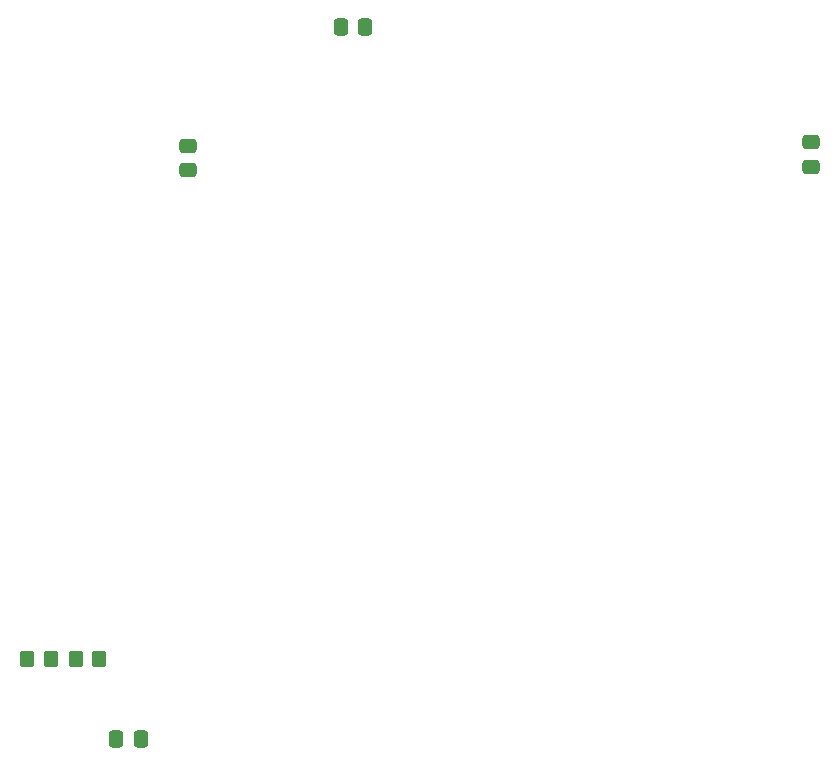
<source format=gbp>
G04 #@! TF.GenerationSoftware,KiCad,Pcbnew,(7.0.0)*
G04 #@! TF.CreationDate,2023-09-27T17:19:24+02:00*
G04 #@! TF.ProjectId,Rover_1,526f7665-725f-4312-9e6b-696361645f70,rev?*
G04 #@! TF.SameCoordinates,Original*
G04 #@! TF.FileFunction,Paste,Bot*
G04 #@! TF.FilePolarity,Positive*
%FSLAX46Y46*%
G04 Gerber Fmt 4.6, Leading zero omitted, Abs format (unit mm)*
G04 Created by KiCad (PCBNEW (7.0.0)) date 2023-09-27 17:19:24*
%MOMM*%
%LPD*%
G01*
G04 APERTURE LIST*
G04 Aperture macros list*
%AMRoundRect*
0 Rectangle with rounded corners*
0 $1 Rounding radius*
0 $2 $3 $4 $5 $6 $7 $8 $9 X,Y pos of 4 corners*
0 Add a 4 corners polygon primitive as box body*
4,1,4,$2,$3,$4,$5,$6,$7,$8,$9,$2,$3,0*
0 Add four circle primitives for the rounded corners*
1,1,$1+$1,$2,$3*
1,1,$1+$1,$4,$5*
1,1,$1+$1,$6,$7*
1,1,$1+$1,$8,$9*
0 Add four rect primitives between the rounded corners*
20,1,$1+$1,$2,$3,$4,$5,0*
20,1,$1+$1,$4,$5,$6,$7,0*
20,1,$1+$1,$6,$7,$8,$9,0*
20,1,$1+$1,$8,$9,$2,$3,0*%
G04 Aperture macros list end*
%ADD10RoundRect,0.250000X-0.350000X-0.450000X0.350000X-0.450000X0.350000X0.450000X-0.350000X0.450000X0*%
%ADD11RoundRect,0.250000X-0.337500X-0.475000X0.337500X-0.475000X0.337500X0.475000X-0.337500X0.475000X0*%
%ADD12RoundRect,0.250000X0.475000X-0.337500X0.475000X0.337500X-0.475000X0.337500X-0.475000X-0.337500X0*%
%ADD13RoundRect,0.250000X0.337500X0.475000X-0.337500X0.475000X-0.337500X-0.475000X0.337500X-0.475000X0*%
G04 APERTURE END LIST*
D10*
X109000000Y-133800000D03*
X111000000Y-133800000D03*
D11*
X116562500Y-140600000D03*
X118637500Y-140600000D03*
D12*
X175400000Y-92137500D03*
X175400000Y-90062500D03*
X122600000Y-92437500D03*
X122600000Y-90362500D03*
D10*
X113100000Y-133800000D03*
X115100000Y-133800000D03*
D13*
X137637500Y-80300000D03*
X135562500Y-80300000D03*
M02*

</source>
